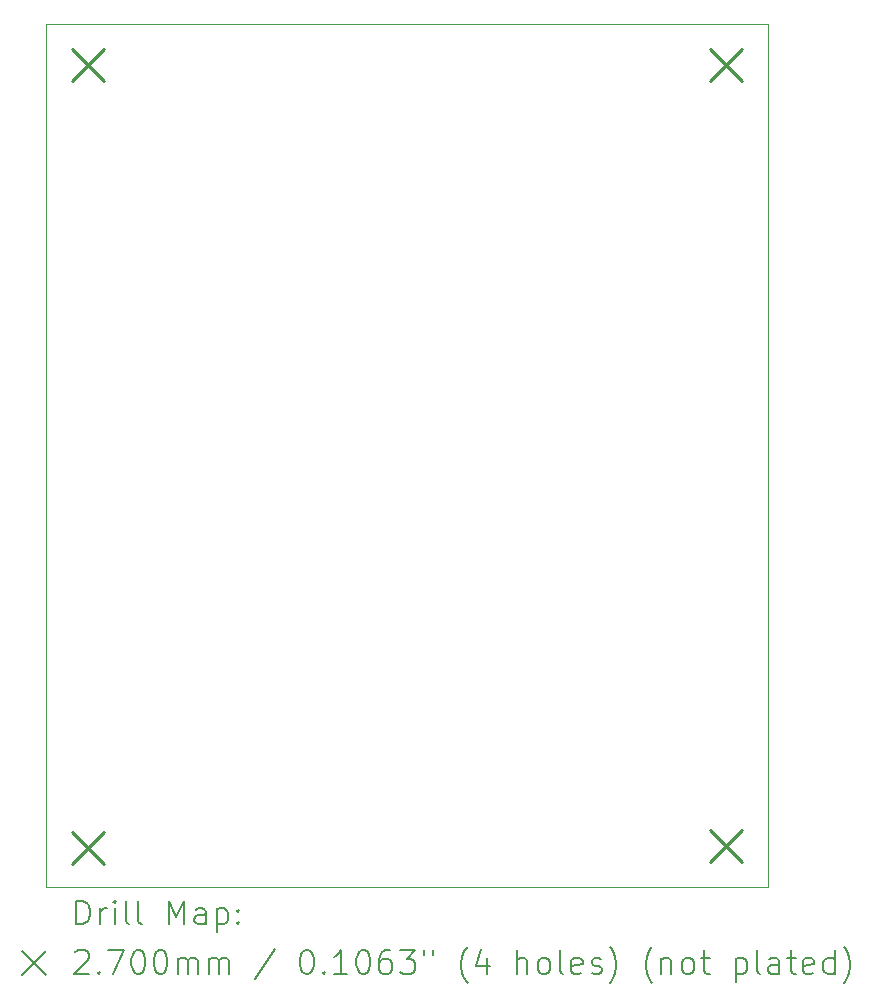
<source format=gbr>
%TF.GenerationSoftware,KiCad,Pcbnew,8.0.1*%
%TF.CreationDate,2024-06-15T11:11:00+01:00*%
%TF.ProjectId,MiniFilter3.2,4d696e69-4669-46c7-9465-72332e322e6b,rev?*%
%TF.SameCoordinates,Original*%
%TF.FileFunction,Drillmap*%
%TF.FilePolarity,Positive*%
%FSLAX45Y45*%
G04 Gerber Fmt 4.5, Leading zero omitted, Abs format (unit mm)*
G04 Created by KiCad (PCBNEW 8.0.1) date 2024-06-15 11:11:00*
%MOMM*%
%LPD*%
G01*
G04 APERTURE LIST*
%ADD10C,0.100000*%
%ADD11C,0.200000*%
%ADD12C,0.270000*%
G04 APERTURE END LIST*
D10*
X13157200Y-6464300D02*
X19265900Y-6464300D01*
X19265900Y-13766800D01*
X13157200Y-13766800D01*
X13157200Y-6464300D01*
D11*
D12*
X13377800Y-6672200D02*
X13647800Y-6942200D01*
X13647800Y-6672200D02*
X13377800Y-6942200D01*
X13377800Y-13301600D02*
X13647800Y-13571600D01*
X13647800Y-13301600D02*
X13377800Y-13571600D01*
X18775300Y-6672200D02*
X19045300Y-6942200D01*
X19045300Y-6672200D02*
X18775300Y-6942200D01*
X18775300Y-13288900D02*
X19045300Y-13558900D01*
X19045300Y-13288900D02*
X18775300Y-13558900D01*
D11*
X13412977Y-14083284D02*
X13412977Y-13883284D01*
X13412977Y-13883284D02*
X13460596Y-13883284D01*
X13460596Y-13883284D02*
X13489167Y-13892808D01*
X13489167Y-13892808D02*
X13508215Y-13911855D01*
X13508215Y-13911855D02*
X13517739Y-13930903D01*
X13517739Y-13930903D02*
X13527262Y-13968998D01*
X13527262Y-13968998D02*
X13527262Y-13997569D01*
X13527262Y-13997569D02*
X13517739Y-14035665D01*
X13517739Y-14035665D02*
X13508215Y-14054712D01*
X13508215Y-14054712D02*
X13489167Y-14073760D01*
X13489167Y-14073760D02*
X13460596Y-14083284D01*
X13460596Y-14083284D02*
X13412977Y-14083284D01*
X13612977Y-14083284D02*
X13612977Y-13949950D01*
X13612977Y-13988046D02*
X13622501Y-13968998D01*
X13622501Y-13968998D02*
X13632024Y-13959474D01*
X13632024Y-13959474D02*
X13651072Y-13949950D01*
X13651072Y-13949950D02*
X13670120Y-13949950D01*
X13736786Y-14083284D02*
X13736786Y-13949950D01*
X13736786Y-13883284D02*
X13727262Y-13892808D01*
X13727262Y-13892808D02*
X13736786Y-13902331D01*
X13736786Y-13902331D02*
X13746310Y-13892808D01*
X13746310Y-13892808D02*
X13736786Y-13883284D01*
X13736786Y-13883284D02*
X13736786Y-13902331D01*
X13860596Y-14083284D02*
X13841548Y-14073760D01*
X13841548Y-14073760D02*
X13832024Y-14054712D01*
X13832024Y-14054712D02*
X13832024Y-13883284D01*
X13965358Y-14083284D02*
X13946310Y-14073760D01*
X13946310Y-14073760D02*
X13936786Y-14054712D01*
X13936786Y-14054712D02*
X13936786Y-13883284D01*
X14193929Y-14083284D02*
X14193929Y-13883284D01*
X14193929Y-13883284D02*
X14260596Y-14026141D01*
X14260596Y-14026141D02*
X14327262Y-13883284D01*
X14327262Y-13883284D02*
X14327262Y-14083284D01*
X14508215Y-14083284D02*
X14508215Y-13978522D01*
X14508215Y-13978522D02*
X14498691Y-13959474D01*
X14498691Y-13959474D02*
X14479643Y-13949950D01*
X14479643Y-13949950D02*
X14441548Y-13949950D01*
X14441548Y-13949950D02*
X14422501Y-13959474D01*
X14508215Y-14073760D02*
X14489167Y-14083284D01*
X14489167Y-14083284D02*
X14441548Y-14083284D01*
X14441548Y-14083284D02*
X14422501Y-14073760D01*
X14422501Y-14073760D02*
X14412977Y-14054712D01*
X14412977Y-14054712D02*
X14412977Y-14035665D01*
X14412977Y-14035665D02*
X14422501Y-14016617D01*
X14422501Y-14016617D02*
X14441548Y-14007093D01*
X14441548Y-14007093D02*
X14489167Y-14007093D01*
X14489167Y-14007093D02*
X14508215Y-13997569D01*
X14603453Y-13949950D02*
X14603453Y-14149950D01*
X14603453Y-13959474D02*
X14622501Y-13949950D01*
X14622501Y-13949950D02*
X14660596Y-13949950D01*
X14660596Y-13949950D02*
X14679643Y-13959474D01*
X14679643Y-13959474D02*
X14689167Y-13968998D01*
X14689167Y-13968998D02*
X14698691Y-13988046D01*
X14698691Y-13988046D02*
X14698691Y-14045188D01*
X14698691Y-14045188D02*
X14689167Y-14064236D01*
X14689167Y-14064236D02*
X14679643Y-14073760D01*
X14679643Y-14073760D02*
X14660596Y-14083284D01*
X14660596Y-14083284D02*
X14622501Y-14083284D01*
X14622501Y-14083284D02*
X14603453Y-14073760D01*
X14784405Y-14064236D02*
X14793929Y-14073760D01*
X14793929Y-14073760D02*
X14784405Y-14083284D01*
X14784405Y-14083284D02*
X14774882Y-14073760D01*
X14774882Y-14073760D02*
X14784405Y-14064236D01*
X14784405Y-14064236D02*
X14784405Y-14083284D01*
X14784405Y-13959474D02*
X14793929Y-13968998D01*
X14793929Y-13968998D02*
X14784405Y-13978522D01*
X14784405Y-13978522D02*
X14774882Y-13968998D01*
X14774882Y-13968998D02*
X14784405Y-13959474D01*
X14784405Y-13959474D02*
X14784405Y-13978522D01*
X12952200Y-14311800D02*
X13152200Y-14511800D01*
X13152200Y-14311800D02*
X12952200Y-14511800D01*
X13403453Y-14322331D02*
X13412977Y-14312808D01*
X13412977Y-14312808D02*
X13432024Y-14303284D01*
X13432024Y-14303284D02*
X13479643Y-14303284D01*
X13479643Y-14303284D02*
X13498691Y-14312808D01*
X13498691Y-14312808D02*
X13508215Y-14322331D01*
X13508215Y-14322331D02*
X13517739Y-14341379D01*
X13517739Y-14341379D02*
X13517739Y-14360427D01*
X13517739Y-14360427D02*
X13508215Y-14388998D01*
X13508215Y-14388998D02*
X13393929Y-14503284D01*
X13393929Y-14503284D02*
X13517739Y-14503284D01*
X13603453Y-14484236D02*
X13612977Y-14493760D01*
X13612977Y-14493760D02*
X13603453Y-14503284D01*
X13603453Y-14503284D02*
X13593929Y-14493760D01*
X13593929Y-14493760D02*
X13603453Y-14484236D01*
X13603453Y-14484236D02*
X13603453Y-14503284D01*
X13679643Y-14303284D02*
X13812977Y-14303284D01*
X13812977Y-14303284D02*
X13727262Y-14503284D01*
X13927262Y-14303284D02*
X13946310Y-14303284D01*
X13946310Y-14303284D02*
X13965358Y-14312808D01*
X13965358Y-14312808D02*
X13974882Y-14322331D01*
X13974882Y-14322331D02*
X13984405Y-14341379D01*
X13984405Y-14341379D02*
X13993929Y-14379474D01*
X13993929Y-14379474D02*
X13993929Y-14427093D01*
X13993929Y-14427093D02*
X13984405Y-14465188D01*
X13984405Y-14465188D02*
X13974882Y-14484236D01*
X13974882Y-14484236D02*
X13965358Y-14493760D01*
X13965358Y-14493760D02*
X13946310Y-14503284D01*
X13946310Y-14503284D02*
X13927262Y-14503284D01*
X13927262Y-14503284D02*
X13908215Y-14493760D01*
X13908215Y-14493760D02*
X13898691Y-14484236D01*
X13898691Y-14484236D02*
X13889167Y-14465188D01*
X13889167Y-14465188D02*
X13879643Y-14427093D01*
X13879643Y-14427093D02*
X13879643Y-14379474D01*
X13879643Y-14379474D02*
X13889167Y-14341379D01*
X13889167Y-14341379D02*
X13898691Y-14322331D01*
X13898691Y-14322331D02*
X13908215Y-14312808D01*
X13908215Y-14312808D02*
X13927262Y-14303284D01*
X14117739Y-14303284D02*
X14136786Y-14303284D01*
X14136786Y-14303284D02*
X14155834Y-14312808D01*
X14155834Y-14312808D02*
X14165358Y-14322331D01*
X14165358Y-14322331D02*
X14174882Y-14341379D01*
X14174882Y-14341379D02*
X14184405Y-14379474D01*
X14184405Y-14379474D02*
X14184405Y-14427093D01*
X14184405Y-14427093D02*
X14174882Y-14465188D01*
X14174882Y-14465188D02*
X14165358Y-14484236D01*
X14165358Y-14484236D02*
X14155834Y-14493760D01*
X14155834Y-14493760D02*
X14136786Y-14503284D01*
X14136786Y-14503284D02*
X14117739Y-14503284D01*
X14117739Y-14503284D02*
X14098691Y-14493760D01*
X14098691Y-14493760D02*
X14089167Y-14484236D01*
X14089167Y-14484236D02*
X14079643Y-14465188D01*
X14079643Y-14465188D02*
X14070120Y-14427093D01*
X14070120Y-14427093D02*
X14070120Y-14379474D01*
X14070120Y-14379474D02*
X14079643Y-14341379D01*
X14079643Y-14341379D02*
X14089167Y-14322331D01*
X14089167Y-14322331D02*
X14098691Y-14312808D01*
X14098691Y-14312808D02*
X14117739Y-14303284D01*
X14270120Y-14503284D02*
X14270120Y-14369950D01*
X14270120Y-14388998D02*
X14279643Y-14379474D01*
X14279643Y-14379474D02*
X14298691Y-14369950D01*
X14298691Y-14369950D02*
X14327263Y-14369950D01*
X14327263Y-14369950D02*
X14346310Y-14379474D01*
X14346310Y-14379474D02*
X14355834Y-14398522D01*
X14355834Y-14398522D02*
X14355834Y-14503284D01*
X14355834Y-14398522D02*
X14365358Y-14379474D01*
X14365358Y-14379474D02*
X14384405Y-14369950D01*
X14384405Y-14369950D02*
X14412977Y-14369950D01*
X14412977Y-14369950D02*
X14432024Y-14379474D01*
X14432024Y-14379474D02*
X14441548Y-14398522D01*
X14441548Y-14398522D02*
X14441548Y-14503284D01*
X14536786Y-14503284D02*
X14536786Y-14369950D01*
X14536786Y-14388998D02*
X14546310Y-14379474D01*
X14546310Y-14379474D02*
X14565358Y-14369950D01*
X14565358Y-14369950D02*
X14593929Y-14369950D01*
X14593929Y-14369950D02*
X14612977Y-14379474D01*
X14612977Y-14379474D02*
X14622501Y-14398522D01*
X14622501Y-14398522D02*
X14622501Y-14503284D01*
X14622501Y-14398522D02*
X14632024Y-14379474D01*
X14632024Y-14379474D02*
X14651072Y-14369950D01*
X14651072Y-14369950D02*
X14679643Y-14369950D01*
X14679643Y-14369950D02*
X14698691Y-14379474D01*
X14698691Y-14379474D02*
X14708215Y-14398522D01*
X14708215Y-14398522D02*
X14708215Y-14503284D01*
X15098691Y-14293760D02*
X14927263Y-14550903D01*
X15355834Y-14303284D02*
X15374882Y-14303284D01*
X15374882Y-14303284D02*
X15393929Y-14312808D01*
X15393929Y-14312808D02*
X15403453Y-14322331D01*
X15403453Y-14322331D02*
X15412977Y-14341379D01*
X15412977Y-14341379D02*
X15422501Y-14379474D01*
X15422501Y-14379474D02*
X15422501Y-14427093D01*
X15422501Y-14427093D02*
X15412977Y-14465188D01*
X15412977Y-14465188D02*
X15403453Y-14484236D01*
X15403453Y-14484236D02*
X15393929Y-14493760D01*
X15393929Y-14493760D02*
X15374882Y-14503284D01*
X15374882Y-14503284D02*
X15355834Y-14503284D01*
X15355834Y-14503284D02*
X15336786Y-14493760D01*
X15336786Y-14493760D02*
X15327263Y-14484236D01*
X15327263Y-14484236D02*
X15317739Y-14465188D01*
X15317739Y-14465188D02*
X15308215Y-14427093D01*
X15308215Y-14427093D02*
X15308215Y-14379474D01*
X15308215Y-14379474D02*
X15317739Y-14341379D01*
X15317739Y-14341379D02*
X15327263Y-14322331D01*
X15327263Y-14322331D02*
X15336786Y-14312808D01*
X15336786Y-14312808D02*
X15355834Y-14303284D01*
X15508215Y-14484236D02*
X15517739Y-14493760D01*
X15517739Y-14493760D02*
X15508215Y-14503284D01*
X15508215Y-14503284D02*
X15498691Y-14493760D01*
X15498691Y-14493760D02*
X15508215Y-14484236D01*
X15508215Y-14484236D02*
X15508215Y-14503284D01*
X15708215Y-14503284D02*
X15593929Y-14503284D01*
X15651072Y-14503284D02*
X15651072Y-14303284D01*
X15651072Y-14303284D02*
X15632025Y-14331855D01*
X15632025Y-14331855D02*
X15612977Y-14350903D01*
X15612977Y-14350903D02*
X15593929Y-14360427D01*
X15832025Y-14303284D02*
X15851072Y-14303284D01*
X15851072Y-14303284D02*
X15870120Y-14312808D01*
X15870120Y-14312808D02*
X15879644Y-14322331D01*
X15879644Y-14322331D02*
X15889167Y-14341379D01*
X15889167Y-14341379D02*
X15898691Y-14379474D01*
X15898691Y-14379474D02*
X15898691Y-14427093D01*
X15898691Y-14427093D02*
X15889167Y-14465188D01*
X15889167Y-14465188D02*
X15879644Y-14484236D01*
X15879644Y-14484236D02*
X15870120Y-14493760D01*
X15870120Y-14493760D02*
X15851072Y-14503284D01*
X15851072Y-14503284D02*
X15832025Y-14503284D01*
X15832025Y-14503284D02*
X15812977Y-14493760D01*
X15812977Y-14493760D02*
X15803453Y-14484236D01*
X15803453Y-14484236D02*
X15793929Y-14465188D01*
X15793929Y-14465188D02*
X15784406Y-14427093D01*
X15784406Y-14427093D02*
X15784406Y-14379474D01*
X15784406Y-14379474D02*
X15793929Y-14341379D01*
X15793929Y-14341379D02*
X15803453Y-14322331D01*
X15803453Y-14322331D02*
X15812977Y-14312808D01*
X15812977Y-14312808D02*
X15832025Y-14303284D01*
X16070120Y-14303284D02*
X16032025Y-14303284D01*
X16032025Y-14303284D02*
X16012977Y-14312808D01*
X16012977Y-14312808D02*
X16003453Y-14322331D01*
X16003453Y-14322331D02*
X15984406Y-14350903D01*
X15984406Y-14350903D02*
X15974882Y-14388998D01*
X15974882Y-14388998D02*
X15974882Y-14465188D01*
X15974882Y-14465188D02*
X15984406Y-14484236D01*
X15984406Y-14484236D02*
X15993929Y-14493760D01*
X15993929Y-14493760D02*
X16012977Y-14503284D01*
X16012977Y-14503284D02*
X16051072Y-14503284D01*
X16051072Y-14503284D02*
X16070120Y-14493760D01*
X16070120Y-14493760D02*
X16079644Y-14484236D01*
X16079644Y-14484236D02*
X16089167Y-14465188D01*
X16089167Y-14465188D02*
X16089167Y-14417569D01*
X16089167Y-14417569D02*
X16079644Y-14398522D01*
X16079644Y-14398522D02*
X16070120Y-14388998D01*
X16070120Y-14388998D02*
X16051072Y-14379474D01*
X16051072Y-14379474D02*
X16012977Y-14379474D01*
X16012977Y-14379474D02*
X15993929Y-14388998D01*
X15993929Y-14388998D02*
X15984406Y-14398522D01*
X15984406Y-14398522D02*
X15974882Y-14417569D01*
X16155834Y-14303284D02*
X16279644Y-14303284D01*
X16279644Y-14303284D02*
X16212977Y-14379474D01*
X16212977Y-14379474D02*
X16241548Y-14379474D01*
X16241548Y-14379474D02*
X16260596Y-14388998D01*
X16260596Y-14388998D02*
X16270120Y-14398522D01*
X16270120Y-14398522D02*
X16279644Y-14417569D01*
X16279644Y-14417569D02*
X16279644Y-14465188D01*
X16279644Y-14465188D02*
X16270120Y-14484236D01*
X16270120Y-14484236D02*
X16260596Y-14493760D01*
X16260596Y-14493760D02*
X16241548Y-14503284D01*
X16241548Y-14503284D02*
X16184406Y-14503284D01*
X16184406Y-14503284D02*
X16165358Y-14493760D01*
X16165358Y-14493760D02*
X16155834Y-14484236D01*
X16355834Y-14303284D02*
X16355834Y-14341379D01*
X16432025Y-14303284D02*
X16432025Y-14341379D01*
X16727263Y-14579474D02*
X16717739Y-14569950D01*
X16717739Y-14569950D02*
X16698691Y-14541379D01*
X16698691Y-14541379D02*
X16689168Y-14522331D01*
X16689168Y-14522331D02*
X16679644Y-14493760D01*
X16679644Y-14493760D02*
X16670120Y-14446141D01*
X16670120Y-14446141D02*
X16670120Y-14408046D01*
X16670120Y-14408046D02*
X16679644Y-14360427D01*
X16679644Y-14360427D02*
X16689168Y-14331855D01*
X16689168Y-14331855D02*
X16698691Y-14312808D01*
X16698691Y-14312808D02*
X16717739Y-14284236D01*
X16717739Y-14284236D02*
X16727263Y-14274712D01*
X16889168Y-14369950D02*
X16889168Y-14503284D01*
X16841549Y-14293760D02*
X16793930Y-14436617D01*
X16793930Y-14436617D02*
X16917739Y-14436617D01*
X17146311Y-14503284D02*
X17146311Y-14303284D01*
X17232025Y-14503284D02*
X17232025Y-14398522D01*
X17232025Y-14398522D02*
X17222501Y-14379474D01*
X17222501Y-14379474D02*
X17203453Y-14369950D01*
X17203453Y-14369950D02*
X17174882Y-14369950D01*
X17174882Y-14369950D02*
X17155834Y-14379474D01*
X17155834Y-14379474D02*
X17146311Y-14388998D01*
X17355834Y-14503284D02*
X17336787Y-14493760D01*
X17336787Y-14493760D02*
X17327263Y-14484236D01*
X17327263Y-14484236D02*
X17317739Y-14465188D01*
X17317739Y-14465188D02*
X17317739Y-14408046D01*
X17317739Y-14408046D02*
X17327263Y-14388998D01*
X17327263Y-14388998D02*
X17336787Y-14379474D01*
X17336787Y-14379474D02*
X17355834Y-14369950D01*
X17355834Y-14369950D02*
X17384406Y-14369950D01*
X17384406Y-14369950D02*
X17403453Y-14379474D01*
X17403453Y-14379474D02*
X17412977Y-14388998D01*
X17412977Y-14388998D02*
X17422501Y-14408046D01*
X17422501Y-14408046D02*
X17422501Y-14465188D01*
X17422501Y-14465188D02*
X17412977Y-14484236D01*
X17412977Y-14484236D02*
X17403453Y-14493760D01*
X17403453Y-14493760D02*
X17384406Y-14503284D01*
X17384406Y-14503284D02*
X17355834Y-14503284D01*
X17536787Y-14503284D02*
X17517739Y-14493760D01*
X17517739Y-14493760D02*
X17508215Y-14474712D01*
X17508215Y-14474712D02*
X17508215Y-14303284D01*
X17689168Y-14493760D02*
X17670120Y-14503284D01*
X17670120Y-14503284D02*
X17632025Y-14503284D01*
X17632025Y-14503284D02*
X17612977Y-14493760D01*
X17612977Y-14493760D02*
X17603453Y-14474712D01*
X17603453Y-14474712D02*
X17603453Y-14398522D01*
X17603453Y-14398522D02*
X17612977Y-14379474D01*
X17612977Y-14379474D02*
X17632025Y-14369950D01*
X17632025Y-14369950D02*
X17670120Y-14369950D01*
X17670120Y-14369950D02*
X17689168Y-14379474D01*
X17689168Y-14379474D02*
X17698692Y-14398522D01*
X17698692Y-14398522D02*
X17698692Y-14417569D01*
X17698692Y-14417569D02*
X17603453Y-14436617D01*
X17774882Y-14493760D02*
X17793930Y-14503284D01*
X17793930Y-14503284D02*
X17832025Y-14503284D01*
X17832025Y-14503284D02*
X17851073Y-14493760D01*
X17851073Y-14493760D02*
X17860596Y-14474712D01*
X17860596Y-14474712D02*
X17860596Y-14465188D01*
X17860596Y-14465188D02*
X17851073Y-14446141D01*
X17851073Y-14446141D02*
X17832025Y-14436617D01*
X17832025Y-14436617D02*
X17803453Y-14436617D01*
X17803453Y-14436617D02*
X17784406Y-14427093D01*
X17784406Y-14427093D02*
X17774882Y-14408046D01*
X17774882Y-14408046D02*
X17774882Y-14398522D01*
X17774882Y-14398522D02*
X17784406Y-14379474D01*
X17784406Y-14379474D02*
X17803453Y-14369950D01*
X17803453Y-14369950D02*
X17832025Y-14369950D01*
X17832025Y-14369950D02*
X17851073Y-14379474D01*
X17927263Y-14579474D02*
X17936787Y-14569950D01*
X17936787Y-14569950D02*
X17955834Y-14541379D01*
X17955834Y-14541379D02*
X17965358Y-14522331D01*
X17965358Y-14522331D02*
X17974882Y-14493760D01*
X17974882Y-14493760D02*
X17984406Y-14446141D01*
X17984406Y-14446141D02*
X17984406Y-14408046D01*
X17984406Y-14408046D02*
X17974882Y-14360427D01*
X17974882Y-14360427D02*
X17965358Y-14331855D01*
X17965358Y-14331855D02*
X17955834Y-14312808D01*
X17955834Y-14312808D02*
X17936787Y-14284236D01*
X17936787Y-14284236D02*
X17927263Y-14274712D01*
X18289168Y-14579474D02*
X18279644Y-14569950D01*
X18279644Y-14569950D02*
X18260596Y-14541379D01*
X18260596Y-14541379D02*
X18251073Y-14522331D01*
X18251073Y-14522331D02*
X18241549Y-14493760D01*
X18241549Y-14493760D02*
X18232025Y-14446141D01*
X18232025Y-14446141D02*
X18232025Y-14408046D01*
X18232025Y-14408046D02*
X18241549Y-14360427D01*
X18241549Y-14360427D02*
X18251073Y-14331855D01*
X18251073Y-14331855D02*
X18260596Y-14312808D01*
X18260596Y-14312808D02*
X18279644Y-14284236D01*
X18279644Y-14284236D02*
X18289168Y-14274712D01*
X18365358Y-14369950D02*
X18365358Y-14503284D01*
X18365358Y-14388998D02*
X18374882Y-14379474D01*
X18374882Y-14379474D02*
X18393930Y-14369950D01*
X18393930Y-14369950D02*
X18422501Y-14369950D01*
X18422501Y-14369950D02*
X18441549Y-14379474D01*
X18441549Y-14379474D02*
X18451073Y-14398522D01*
X18451073Y-14398522D02*
X18451073Y-14503284D01*
X18574882Y-14503284D02*
X18555834Y-14493760D01*
X18555834Y-14493760D02*
X18546311Y-14484236D01*
X18546311Y-14484236D02*
X18536787Y-14465188D01*
X18536787Y-14465188D02*
X18536787Y-14408046D01*
X18536787Y-14408046D02*
X18546311Y-14388998D01*
X18546311Y-14388998D02*
X18555834Y-14379474D01*
X18555834Y-14379474D02*
X18574882Y-14369950D01*
X18574882Y-14369950D02*
X18603454Y-14369950D01*
X18603454Y-14369950D02*
X18622501Y-14379474D01*
X18622501Y-14379474D02*
X18632025Y-14388998D01*
X18632025Y-14388998D02*
X18641549Y-14408046D01*
X18641549Y-14408046D02*
X18641549Y-14465188D01*
X18641549Y-14465188D02*
X18632025Y-14484236D01*
X18632025Y-14484236D02*
X18622501Y-14493760D01*
X18622501Y-14493760D02*
X18603454Y-14503284D01*
X18603454Y-14503284D02*
X18574882Y-14503284D01*
X18698692Y-14369950D02*
X18774882Y-14369950D01*
X18727263Y-14303284D02*
X18727263Y-14474712D01*
X18727263Y-14474712D02*
X18736787Y-14493760D01*
X18736787Y-14493760D02*
X18755834Y-14503284D01*
X18755834Y-14503284D02*
X18774882Y-14503284D01*
X18993930Y-14369950D02*
X18993930Y-14569950D01*
X18993930Y-14379474D02*
X19012977Y-14369950D01*
X19012977Y-14369950D02*
X19051073Y-14369950D01*
X19051073Y-14369950D02*
X19070120Y-14379474D01*
X19070120Y-14379474D02*
X19079644Y-14388998D01*
X19079644Y-14388998D02*
X19089168Y-14408046D01*
X19089168Y-14408046D02*
X19089168Y-14465188D01*
X19089168Y-14465188D02*
X19079644Y-14484236D01*
X19079644Y-14484236D02*
X19070120Y-14493760D01*
X19070120Y-14493760D02*
X19051073Y-14503284D01*
X19051073Y-14503284D02*
X19012977Y-14503284D01*
X19012977Y-14503284D02*
X18993930Y-14493760D01*
X19203454Y-14503284D02*
X19184406Y-14493760D01*
X19184406Y-14493760D02*
X19174882Y-14474712D01*
X19174882Y-14474712D02*
X19174882Y-14303284D01*
X19365358Y-14503284D02*
X19365358Y-14398522D01*
X19365358Y-14398522D02*
X19355835Y-14379474D01*
X19355835Y-14379474D02*
X19336787Y-14369950D01*
X19336787Y-14369950D02*
X19298692Y-14369950D01*
X19298692Y-14369950D02*
X19279644Y-14379474D01*
X19365358Y-14493760D02*
X19346311Y-14503284D01*
X19346311Y-14503284D02*
X19298692Y-14503284D01*
X19298692Y-14503284D02*
X19279644Y-14493760D01*
X19279644Y-14493760D02*
X19270120Y-14474712D01*
X19270120Y-14474712D02*
X19270120Y-14455665D01*
X19270120Y-14455665D02*
X19279644Y-14436617D01*
X19279644Y-14436617D02*
X19298692Y-14427093D01*
X19298692Y-14427093D02*
X19346311Y-14427093D01*
X19346311Y-14427093D02*
X19365358Y-14417569D01*
X19432025Y-14369950D02*
X19508215Y-14369950D01*
X19460596Y-14303284D02*
X19460596Y-14474712D01*
X19460596Y-14474712D02*
X19470120Y-14493760D01*
X19470120Y-14493760D02*
X19489168Y-14503284D01*
X19489168Y-14503284D02*
X19508215Y-14503284D01*
X19651073Y-14493760D02*
X19632025Y-14503284D01*
X19632025Y-14503284D02*
X19593930Y-14503284D01*
X19593930Y-14503284D02*
X19574882Y-14493760D01*
X19574882Y-14493760D02*
X19565358Y-14474712D01*
X19565358Y-14474712D02*
X19565358Y-14398522D01*
X19565358Y-14398522D02*
X19574882Y-14379474D01*
X19574882Y-14379474D02*
X19593930Y-14369950D01*
X19593930Y-14369950D02*
X19632025Y-14369950D01*
X19632025Y-14369950D02*
X19651073Y-14379474D01*
X19651073Y-14379474D02*
X19660596Y-14398522D01*
X19660596Y-14398522D02*
X19660596Y-14417569D01*
X19660596Y-14417569D02*
X19565358Y-14436617D01*
X19832025Y-14503284D02*
X19832025Y-14303284D01*
X19832025Y-14493760D02*
X19812977Y-14503284D01*
X19812977Y-14503284D02*
X19774882Y-14503284D01*
X19774882Y-14503284D02*
X19755835Y-14493760D01*
X19755835Y-14493760D02*
X19746311Y-14484236D01*
X19746311Y-14484236D02*
X19736787Y-14465188D01*
X19736787Y-14465188D02*
X19736787Y-14408046D01*
X19736787Y-14408046D02*
X19746311Y-14388998D01*
X19746311Y-14388998D02*
X19755835Y-14379474D01*
X19755835Y-14379474D02*
X19774882Y-14369950D01*
X19774882Y-14369950D02*
X19812977Y-14369950D01*
X19812977Y-14369950D02*
X19832025Y-14379474D01*
X19908216Y-14579474D02*
X19917739Y-14569950D01*
X19917739Y-14569950D02*
X19936787Y-14541379D01*
X19936787Y-14541379D02*
X19946311Y-14522331D01*
X19946311Y-14522331D02*
X19955835Y-14493760D01*
X19955835Y-14493760D02*
X19965358Y-14446141D01*
X19965358Y-14446141D02*
X19965358Y-14408046D01*
X19965358Y-14408046D02*
X19955835Y-14360427D01*
X19955835Y-14360427D02*
X19946311Y-14331855D01*
X19946311Y-14331855D02*
X19936787Y-14312808D01*
X19936787Y-14312808D02*
X19917739Y-14284236D01*
X19917739Y-14284236D02*
X19908216Y-14274712D01*
M02*

</source>
